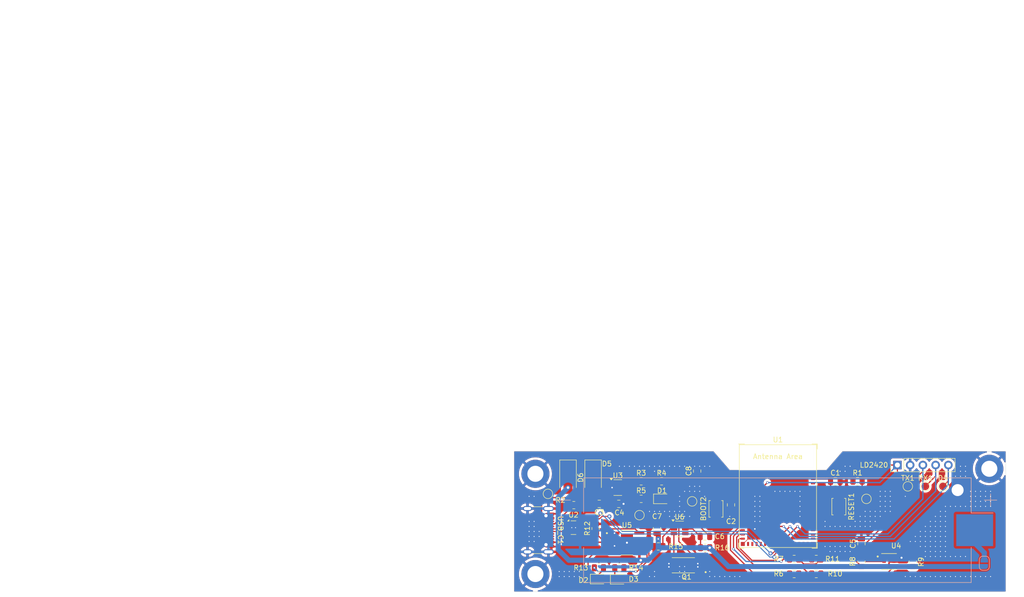
<source format=kicad_pcb>
(kicad_pcb (version 20241229) (generator "pcbnew") (generator_version "9.0")
  (title_block (comment 4 "AISLER Project ID: OKSEKGAN"))
  (layers (0 "F.Cu" signal) (2 "B.Cu" signal) (13 "F.Paste" user) (15 "B.Paste" user) (5 "F.SilkS" user "F.Silkscreen") (7 "B.SilkS" user "B.Silkscreen") (1 "F.Mask" user) (3 "B.Mask" user) (25 "Edge.Cuts" user))
  (net 0 "")
  (net 1 "+3.3V")
  (net 2 "GND")
  (net 3 "VBATT")
  (net 4 "VBUS")
  (net 5 "Net-(U1-GPIO0{slash}BOOT)")
  (net 6 "Net-(U1-EN)")
  (net 7 "Net-(D1-A)")
  (net 8 "Net-(BT1-+)")
  (net 9 "Net-(U6-GND)")
  (net 10 "LD2420_DETECTION_PIN")
  (net 11 "LD2420_RX")
  (net 12 "LD2420_TX")
  (net 13 "Net-(U3-FB)")
  (net 14 "SDA")
  (net 15 "Net-(U1-GPIO8{slash}TOUCH8{slash}ADC1_CH7{slash}SUBSPICS1)")
  (net 16 "Net-(U1-GPIO9{slash}TOUCH9{slash}ADC1_CH8{slash}FSPIHD{slash}SUBSPIHD)")
  (net 17 "SCL")
  (net 18 "Net-(U1-GPIO10{slash}TOUCH10{slash}ADC1_CH9{slash}FSPICS0{slash}FSPIIO4{slash}SUBSPICS0)")
  (net 19 "Net-(U1-GPIO11{slash}TOUCH11{slash}ADC2_CH0{slash}FSPID{slash}FSPIIO5{slash}SUBSPID)")
  (net 37 "USB_D+")
  (net 39 "USB_D-")
  (net 53 "Net-(USB_C1-CC)")
  (net 55 "Net-(D2-K)")
  (net 56 "Net-(D3-K)")
  (net 57 "Net-(U6-VCC)")
  (net 58 "Net-(U5-PROG)")
  (net 59 "CHRG_LED")
  (net 62 "STDBY_LED")
  (net 63 "Net-(U6-CS)")
  (net 65 "Net-(U6-OD)")
  (net 66 "Net-(U6-OC)")
  (net 69 "Net-(D5-K)")
  (footprint "Button_Switch_SMD:SW_SPST_B3U-1000P" (layer "F.Cu") (at 167.25 100.8 -90)
    (property "Reference" "RESET1")
    (property "Value" "SW_Push")
  )
  (footprint "Resistor_SMD:R_0805_2012Metric" (layer "F.Cu") (at 114.4125 100.5)
    (property "Reference" "R2")
    (property "Value" "5.1K")
  )
  (footprint "Resistor_SMD:R_0805_2012Metric" (layer "F.Cu") (at 170.98 95.72)
    (property "Reference" "R1")
    (property "Value" "10K")
  )
  (footprint "TestPoint:TestPoint_Pad_D1.5mm" (layer "F.Cu") (at 172.75 99.25)
    (property "Reference" "RESET2" (hide yes))
    (property "Value" "TestPoint")
  )
  (footprint "Package_TO_SOT_SMD:SOT-23-5" (layer "F.Cu") (at 123.175 97)
    (property "Reference" "U3")
    (property "Value" "TLV75801PDBV")
  )
  (footprint "Resistor_SMD:R_0805_2012Metric" (layer "F.Cu") (at 119.4125 113 180)
    (property "Reference" "R13")
    (property "Value" "1K")
  )
  (footprint "Capacitor_SMD:C_0805_2012Metric" (layer "F.Cu") (at 140.55 106.75)
    (property "Reference" "C6")
    (property "Value" "100nF")
  )
  (footprint "TestPoint:TestPoint_Pad_D1.5mm" (layer "F.Cu") (at 184.5 96.75)
    (property "Reference" "RX1")
    (property "Value" "TestPoint")
  )
  (footprint "TestPoint:TestPoint_Pad_D1.5mm" (layer "F.Cu") (at 138 99.75)
    (property "Reference" "BOOT1" (hide yes))
    (property "Value" "TestPoint")
  )
  (footprint "LED_SMD:LED_0805_2012Metric" (layer "F.Cu") (at 131.9875 99.25)
    (property "Reference" "D1")
    (property "Value" "LED")
  )
  (footprint "Resistor_SMD:R_0805_2012Metric" (layer "F.Cu") (at 131.25 108.75 180)
    (property "Reference" "R15")
    (property "Value" "1k")
  )
  (footprint "Resistor_SMD:R_0805_2012Metric" (layer "F.Cu") (at 127.8375 95.75)
    (property "Reference" "R3")
    (property "Value" "1M")
  )
  (footprint "Button_Switch_SMD:SW_SPST_B3U-1000P" (layer "F.Cu") (at 142.75 101.25 90)
    (property "Reference" "BOOT2")
    (property "Value" "SW_Push")
  )
  (footprint "Resistor_SMD:R_0805_2012Metric" (layer "F.Cu") (at 158.3375 114.25)
    (property "Reference" "R6")
    (property "Value" "0")
  )
  (footprint "TP4056-42-ESOP8:SOIC127P600X175-9N" (layer "F.Cu") (at 125 108)
    (property "Reference" "U5")
    (property "Value" "TP4056-42-ESOP8")
  )
  (footprint "Capacitor_SMD:C_0805_2012Metric" (layer "F.Cu") (at 139 93.7 90)
    (property "Reference" "C8")
    (property "Value" "10uF")
  )
  (footprint "MountingHole:MountingHole_3.2mm_M3_DIN965_Pad_TopBottom" (layer "F.Cu") (at 197.25 93.25)
    (property "Reference" "H2" (hide yes))
    (property "Value" "MountingHole_Pad")
  )
  (footprint "MountingHole:MountingHole_3.2mm_M3_DIN965_Pad_TopBottom" (layer "F.Cu") (at 106.75 94.25)
    (property "Reference" "H1" (hide yes))
    (property "Value" "MountingHole_Pad")
  )
  (footprint "Capacitor_SMD:C_0805_2012Metric" (layer "F.Cu") (at 131 105.2 -90)
    (property "Reference" "C7")
    (property "Value" "10uF")
  )
  (footprint "Resistor_SMD:R_0805_2012Metric" (layer "F.Cu") (at 171.75 111.8375 -90)
    (property "Reference" "R8")
    (property "Value" "4.7k")
  )
  (footprint "Resistor_SMD:R_0805_2012Metric" (layer "F.Cu") (at 131.9125 95.75)
    (property "Reference" "R4")
    (property "Value" "200K")
  )
  (footprint "Connector_USB:USB_C_Receptacle_GCT_USB4105-xx-A_16P_TopMnt_Horizontal" (layer "F.Cu") (at 106.25 105.5 -90)
    (property "Reference" "USB_C1")
    (property "Value" "USB_C_Plug_USB2.0")
  )
  (footprint "Resistor_SMD:R_0805_2012Metric" (layer "F.Cu") (at 118.75 105.1625 90)
    (property "Reference" "R12")
    (property "Value" "1.2K")
  )
  (footprint "LED_SMD:LED_0805_2012Metric" (layer "F.Cu") (at 123.3875 115.29)
    (property "Reference" "D3")
    (property "Value" "LED")
  )
  (footprint "Package_TO_SOT_SMD:SOT-23-6" (layer "F.Cu") (at 135.5 105.25)
    (property "Reference" "U6")
    (property "Value" "DW01A")
  )
  (footprint "MountingHole:MountingHole_3.2mm_M3_DIN965_Pad_TopBottom" (layer "F.Cu") (at 106.75 114.25)
    (property "Reference" "H3" (hide yes))
    (property "Value" "MountingHole_Pad")
  )
  (footprint "TestPoint:TestPoint_Pad_D1.5mm" (layer "F.Cu") (at 181 96.75)
    (property "Reference" "TX1")
    (property "Value" "TestPoint")
  )
  (footprint "Package_DFN_QFN:Diodes_UDFN-10_1.0x2.5mm_P0.5mm" (layer "F.Cu") (at 114.3375 105)
    (property "Reference" "U2")
    (property "Value" "D3V3XA4B10LP")
  )
  (footprint "Diode_SMD:D_SMA" (layer "F.Cu") (at 118.25 95 -90)
    (property "Reference" "D5")
    (property "Value" "D")
  )
  (footprint "TestPoint:TestPoint_Pad_D1.5mm" (layer "F.Cu") (at 109.25 98.25)
    (property "Reference" "VBUS1" (hide yes))
    (property "Value" "TestPoint")
  )
  (footprint "LED_SMD:LED_0805_2012Metric" (layer "F.Cu") (at 119.3875 115.25)
    (property "Reference" "D2")
    (property "Value" "LED")
  )
  (footprint "Connector_PinHeader_2.54mm:PinHeader_1x05_P2.54mm_Vertical" (layer "F.Cu") (at 178.925 92.5 90)
    (property "Reference" "LD2420")
    (property "Value" "Conn_01x05_Pin")
  )
  (footprint "Resistor_SMD:R_0805_2012Metric" (layer "F.Cu") (at 182 111.8375 -90)
    (property "Reference" "R9")
    (property "Value" "4.7k")
  )
  (footprint "Capacitor_SMD:C_0805_2012Metric" (layer "F.Cu") (at 123.375 100.25)
    (property "Reference" "C4")
    (property "Value" "10uF")
  )
  (footprint "Resistor_SMD:R_0805_2012Metric" (layer "F.Cu") (at 140.5875 109 180)
    (property "Reference" "R16")
    (property "Value" "100")
  )
  (footprint "PCM_Espressif:ESP32-S3-MINI-1" (layer "F.Cu") (at 155.1 101.25)
    (property "Reference" "U1")
    (property "Value" "ESP32-S3-MINI-1")
  )
  (footprint "Diode_SMD:D_SMA" (layer "F.Cu") (at 113.25 95 -90)
    (property "Reference" "D6")
    (property "Value" "D")
  )
  (footprint "Resistor_SMD:R_0805_2012Metric" (layer "F.Cu") (at 123.4875 113 180)
    (property "Reference" "R14")
    (property "Value" "1K")
  )
  (footprint "Capacitor_SMD:C_0805_2012Metric" (layer "F.Cu") (at 145.75 100.45 -90)
    (property "Reference" "C2")
    (property "Value" "0.1uF")
  )
  (footprint "FS8205A:SOP65P640X120-8N" (layer "F.Cu") (at 136.25 112.5 180)
    (property "Reference" "Q1")
    (property "Value" "FS8205A")
  )
  (footprint "Capacitor_SMD:C_0805_2012Metric" (layer "F.Cu") (at 166.55 95.75)
    (property "Reference" "C1")
    (property "Value" "0.1uF")
  )
  (footprint "Resistor_SMD:R_0805_2012Metric" (layer "F.Cu") (at 158.3375 111.25)
    (property "Reference" "R7")
    (property "Value" "0")
  )
  (footprint "Resistor_SMD:R_0805_2012Metric" (layer "F.Cu") (at 127.8375 99.25)
    (property "Reference" "R5")
    (property "Value" "5.1k")
  )
  (footprint "Resistor_SMD:R_0805_2012Metric" (layer "F.Cu") (at 162.7475 111.25)
    (property "Reference" "R11")
    (property "Value" "0")
  )
  (footprint "Capacitor_SMD:C_0805_2012Metric" (layer "F.Cu") (at 119.475 100.25 180)
    (property "Reference" "C3")
    (property "Value" "10uF" (hide yes))
  )
  (footprint "AHT20:PSON100P300X300X110-6N" (layer "F.Cu") (at 177.25 111.75)
    (property "Reference" "U4")
    (property "Value" "AHT20")
  )
  (footprint "Resistor_SMD:R_0805_2012Metric" (layer "F.Cu") (at 162.7475 114.25)
    (property "Reference" "R10")
    (property "Value" "0")
  )
  (footprint "TestPoint:TestPoint_Pad_D1.5mm" (layer "F.Cu") (at 188 96.75)
    (property "Reference" "D4")
    (property "Value" "TestPoint")
  )
  (footprint "TestPoint:TestPoint_Pad_D1.5mm" (layer "F.Cu") (at 127.5 102.5)
    (property "Reference" "3.3V1" (hide yes))
    (property "Value" "TestPoint")
  )
  (footprint "Capacitor_SMD:C_0805_2012Metric" (layer "F.Cu") (at 171.75 108.2 90)
    (property "Reference" "C5")
    (property "Value" "0.1uF")
  )
  (footprint "Battery:BatteryHolder_Keystone_1042_1x18650" (layer "B.Cu") (at 155 105.5 180)
    (property "Reference" "BT1" (hide yes))
    (property "Value" "Battery_Cell")
  )
  (footprint "Jumper:SolderJumper-2_P1.3mm_Open_RoundedPad1.0x1.5mm" (layer "B.Cu") (at 196.25 112.1 90)
    (property "Reference" "JP1" (hide yes))
    (property "Value" "Jumper_2_Open")
  )
  (gr_line (start 164.75 93.5) (end 168 89.75) (stroke (width 0.05)) (layer "Edge.Cuts"))
  (gr_line (start 142.25 89.75) (end 102.5 89.75) (stroke (width 0.05)) (layer "Edge.Cuts"))
  (gr_line (start 145.5 93.5) (end 164.75 93.5) (stroke (width 0.05)) (layer "Edge.Cuts"))
  (gr_line (start 102.5 117.75) (end 102.5 89.75) (stroke (width 0.05)) (layer "Edge.Cuts"))
  (gr_line (start 200.5 89.75) (end 200.5 117.75) (stroke (width 0.05)) (layer "Edge.Cuts"))
  (gr_line (start 168 89.75) (end 200.5 89.75) (stroke (width 0.05)) (layer "Edge.Cuts"))
  (gr_line (start 145.5 93.5) (end 142.25 89.75) (stroke (width 0.05)) (layer "Edge.Cuts"))
  (gr_line (start 200.5 117.75) (end 102.5 117.75) (stroke (width 0.05)) (layer "Edge.Cuts"))
  (segment (start 171.75 110.925) (end 172.575 111.75) (width 0.25) (layer "F.Cu") (net 1))
  (segment (start 125.25 99) (end 126.925 97.325) (width 0.25) (layer "F.Cu") (net 1))
  (segment (start 173.2875 92.5) (end 178.925 92.5) (width 0.25) (layer "F.Cu") (net 1))
  (segment (start 172.575 111.75) (end 176.265 111.75) (width 0.25) (layer "F.Cu") (net 1))
  (segment (start 171.75 109.15) (end 171.75 110.925) (width 0.25) (layer "F.Cu") (net 1))
  (segment (start 126.925 96.75) (end 126.925 95.75) (width 0.25) (layer "F.Cu") (net 1))
  (segment (start 146.75 97) (end 144.5 94.75) (width 0.25) (layer "F.Cu") (net 1))
  (segment (start 122.425 100.25) (end 123.675 99) (width 0.25) (layer "F.Cu") (net 1))
  (segment (start 180.225 109.15) (end 171.75 109.15) (width 0.25) (layer "F.Cu") (net 1))
  (segment (start 148.1 97) (end 146.75 97) (width 0.25) (layer "F.Cu") (net 1))
  (segment (start 123.675 99) (end 125.25 99) (width 0.25) (layer "F.Cu") (net 1))
  (segment (start 133.475 96.775) (end 127.95 96.775) (width 0.25) (layer "F.Cu") (net 1))
  (segment (start 126.625 96.05) (end 126.925 95.75) (width 0.25) (layer "F.Cu") (net 1))
  (segment (start 135.5 94.75) (end 133.475 96.775) (width 0.25) (layer "F.Cu") (net 1))
  (segment (start 124.675 102.5) (end 127.5 102.5) (width 0.25) (layer "F.Cu") (net 1))
  (segment (start 122.425 100.25) (end 124.675 102.5) (width 0.25) (layer "F.Cu") (net 1))
  (segment (start 126.925 97.325) (end 126.925 96.75) (width 0.25) (layer "F.Cu") (net 1))
  (segment (start 171.75 109.15) (end 171.75 109) (width 0.25) (layer "F.Cu") (net 1))
  (segment (start 152 97) (end 153 96) (width 0.25) (layer "F.Cu") (net 1))
  (segment (start 182 110.925) (end 180.225 109.15) (width 0.25) (layer "F.Cu") (net 1))
  (segment (start 178.925 101.825) (end 178.925 92.5) (width 0.25) (layer "F.Cu") (net 1))
  (segment (start 170.0675 95.72) (end 173.2875 92.5) (width 0.25) (layer "F.Cu") (net 1))
  (segment (start 126.925 99.25) (end 126.925 96.75) (width 0.25) (layer "F.Cu") (net 1))
  (segment (start 127.95 96.775) (end 126.925 95.75) (width 0.25) (layer "F.Cu") (net 1))
  (segment (start 144.5 94.75) (end 135.5 94.75) (width 0.25) (layer "F.Cu") (net 1))
  (segment (start 171.75 109) (end 178.925 101.825) (width 0.25) (layer "F.Cu") (net 1))
  (segment (start 124.3125 96.05) (end 126.625 96.05) (width 0.25) (layer "F.Cu") (net 1))
  (segment (start 148.1 97) (end 152 97) (width 0.25) (layer "F.Cu") (net 1))
  (via (at 153 96) (size 0.5) (drill 0.3) (layers "F.Cu" "B.Cu") (net 1))
  (segment (start 175.425 96) (end 178.925 92.5) (width 0.25) (layer "B.Cu") (net 1))
  (segment (start 153 96) (end 175.425 96) (width 0.25) (layer "B.Cu") (net 1))
  (segment (start 148.15 108.25) (end 150.5 105.9) (width 0.1) (layer "F.Cu") (net 2))
  (segment (start 179.75 111) (end 179 111.75) (width 0.25) (layer "F.Cu") (net 2))
  (segment (start 130.3375 108.612501) (end 130.3375 108.75) (width 0.25) (layer "F.Cu") (net 2))
  (segment (start 150.5 105.9) (end 150.5 105.25) (width 0.1) (layer "F.Cu") (net 2))
  (segment (start 148.1 108.25) (end 148.15 108.25) (width 0.1) (layer "F.Cu") (net 2))
  (segment (start 179 111.75) (end 178.235 111.75) (width 0.25) (layer "F.Cu") (net 2))
  (via (at 172.5 103.75) (size 0.45) (drill 0.2) (layers "F.Cu" "B.Cu") (net 2))
  (via (at 197.5 98.75) (size 0.45) (drill 0.2) (layers "F.Cu" "B.Cu") (net 2))
  (via (at 122.525 108.635) (size 0.5) (drill 0.3) (layers "F.Cu" "B.Cu") (net 2))
  (via (at 167.5 108.75) (size 0.45) (drill 0.2) (layers "F.Cu" "B.Cu") (net 2))
  (via (at 147.5 114.75) (size 0.45) (drill 0.2) (layers "F.Cu" "B.Cu") (net 2))
  (via (at 150.5 102.75) (size 0.45) (drill 0.2) (layers "F.Cu" "B.Cu") (net 2))
  (via (at 139.5 97.75) (size 0.45) (drill 0.2) (layers "F.Cu" "B.Cu") (net 2))
  (via (at 114.5 113.75) (size 0.45) (drill 0.2) (layers "F.Cu" "B.Cu") (net 2))
  (via (at 130.5 114.75) (size 0.45) (drill 0.2) (layers "F.Cu" "B.Cu") (net 2))
  (via (at 111.5 113.75) (size 0.45) (drill 0.2) (layers "F.Cu" "B.Cu") (net 2))
  (via (at 159.5 102.75) (size 0.45) (drill 0.2) (layers "F.Cu" "B.Cu") (net 2))
  (via (at 145.5 102.75) (size 0.45) (drill 0.2) (layers "F.Cu" "B.Cu") (net 2))
  (via (at 133.5 92.75) (size 0.45) (drill 0.2) (layers "F.Cu" "B.Cu") (net 2))
  (via (at 183.5 107.75) (size 0.45) (drill 0.2) (layers "F.Cu" "B.Cu") (net 2))
  (via (at 159.5 97.75) (size 0.45) (drill 0.2) (layers "F.Cu" "B.Cu") (net 2))
  (via (at 191.5 114.75) (size 0.45) (drill 0.2) (layers "F.Cu" "B.Cu") (net 2))
  (via (at 131.5 101.75) (size 0.45) (drill 0.2) (layers "F.Cu" "B.Cu") (net 2))
  (via (at 135.5 113.75) (size 0.45) (drill 0.2) (layers "F.Cu" "B.Cu") (net 2))
  (via (at 182.5 114.75) (size 0.45) (drill 0.2) (layers "F.Cu" "B.Cu") (net 2))
  (via (at 186.5 107.75) (size 0.45) (drill 0.2) (layers "F.Cu" "B.Cu") (net 2))
  (via (at 124.325 100.25) (size 0.8) (drill 0.4) (layers "F.Cu" "B.Cu") (net 2))
  (via (at 135.5 98.75) (size 0.45) (drill 0.2) (layers "F.Cu" "B.Cu") (net 2))
  (via (at 167.5 104.75) (size 0.45) (drill 0.2) (layers "F.Cu" "B.Cu") (net 2))
  (via (at 107.5 105.75) (size 0.45) (drill 0.2) (layers "F.Cu" "B.Cu") (net 2))
  (via (at 186.5 108.75) (size 0.45) (drill 0.2) (layers "F.Cu" "B.Cu") (net 2))
  (via (at 131.5 93.75) (size 0.45) (drill 0.2) (layers "F.Cu" "B.Cu") (net 2))
  (via (at 195.5 114.75) (size 0.45) (drill 0.2) (layers "F.Cu" "B.Cu") (net 2))
  (via (at 196.5 100.75) (size 0.45) (drill 0.2) (layers "F.Cu" "B.Cu") (net 2))
  (via (at 123.5 92.75) (size 0.45) (drill 0.2) (layers "F.Cu" "B.Cu") (net 2))
  (via (at 186.5 104.75) (size 0.45) (drill 0.2) (layers "F.Cu" "B.Cu") (net 2))
  (via (at 190.5 110.75) (size 0.45) (drill 0.2) (layers "F.Cu" "B.Cu") (net 2))
  (via (at 125 108) (size 0.8) (drill 0.4) (layers "F.Cu" "B.Cu") (net 2))
  (via (at 133.37 112.175) (size 0.6) (drill 0.3) (layers "F.Cu" "B.Cu") (net 2))
  (via (at 159.5 99.75) (size 0.45) (drill 0.2) (layers "F.Cu" "B.Cu") (net 2))
  (via (at 175.5 101.75) (size 0.45) (drill 0.2) (layers "F.Cu" "B.Cu") (net 2))
  (via (at 184.5 106.75) (size 0.45) (drill 0.2) (layers "F.Cu" "B.Cu") (net 2))
  (via (at 151.5 103.75) (size 0.45) (drill 0.2) (layers "F.Cu" "B.Cu") (net 2))
  (via (at 143.5 114.75) (size 0.45) (drill 0.2) (layers "F.Cu" "B.Cu") (net 2))
  (via (at 137.5 102.75) (size 0.45) (drill 0.2) (layers "F.Cu" "B.Cu") (net 2))
  (via (at 175.5 97.75) (size 0.45) (drill 0.2) (layers "F.Cu" "B.Cu") (net 2))
  (via (at 132.5 101.75) (size 0.45) (drill 0.2) (layers "F.Cu" "B.Cu") (net 2))
  (via (at 122.0375 97) (size 0.45) (drill 0.3) (layers "F.Cu" "B.Cu") (net 2))
  (via (at 183.5 105.75) (size 0.45) (drill 0.2) (layers "F.Cu" "B.Cu") (net 2))
  (via (at 127.5 92.75) (size 0.45) (drill 0.2) (layers "F.Cu" "B.Cu") (net 2))
  (via (at 187.5 101.75) (size 0.45) (drill 0.2) (layers "F.Cu" "B.Cu") (net 2))
  (via (at 166.5 109.75) (size 0.45) (drill 0.2) (layers "F.Cu" "B.Cu") (net 2))
  (via (at 183.5 108.75) (size 0.45) (drill 0.2) (layers "F.Cu" "B.Cu") (net 2))
  (via (at 114.75 105) (size 0.35) (drill 0.2) (layers "F.Cu" "B.Cu") (net 2))
  (via (at 188.5 103.75) (size 0.45) (drill 0.2) (layers "F.Cu" "B.Cu") (net 2))
  (via (at 185.5 106.75) (size 0.45) (drill 0.2) (layers "F.Cu" "B.Cu") (net 2))
  (via (at 193.5 97.75) (size 0.45) (drill 0.2) (layers "F.Cu" "B.Cu") (net 2))
  (via (at 136.5 114.75) (size 0.45) (drill 0.2) (layers "F.Cu" "B.Cu") (net 2))
  (via (at 196.5 98.75) (size 0.45) (drill 0.2) (layers "F.Cu" "B.Cu") (net 2))
  (via (at 135.5 99.75) (size 0.45) (drill 0.2) (layers "F.Cu" "B.Cu") (net 2))
  (via (at 105.5 106.75) (size 0.45) (drill 0.2) (layers "F.Cu" "B.Cu") (net 2))
  (via (at 197.5 99.75) (size 0.45) (drill 0.2) (layers "F.Cu" "B.Cu") (net 2))
  (via (at 136.5 102.75) (size 0.45) (drill 0.2) (layers "F.Cu" "B.Cu") (net 2))
  (via (at 132.5 93.75) (size 0.45) (drill 0.2) (layers "F.Cu" "B.Cu") (net 2))
  (via (at 186.5 114.75) (size 0.45) (drill 0.2) (layers "F.Cu" "B.Cu") (net 2))
  (via (at 185.5 109.75) (size 0.45) (drill 0.2) (layers "F.Cu" "B.Cu") (net 2))
  (via (at 174.5 102.75) (size 0.45) (drill 0.2) (layers "F.Cu" "B.Cu") (net 2))
  (via (at 114 105) (size 0.35) (drill 0.2) (layers "F.Cu" "B.Cu") (net 2))
  (via (at 168.5 92.75) (size 0.45) (drill 0.2) (layers "F.Cu" "B.Cu") (net 2))
  (via (at 135.5 101.75) (size 0.45) (drill 0.2) (layers "F.Cu" "B.Cu") (net 2))
  (via (at 141.5 114.75) (size 0.45) (drill 0.2) (layers "F.Cu" "B.Cu") (net 2))
  (via (at 197.5 100.75) (size 0.45) (drill 0.2) (layers "F.Cu" "B.Cu") (net 2))
  (via (at 137.5 96.75) (size 0.45) (drill 0.2) (layers "F.Cu" "B.Cu") (net 2))
  (via (at 129.5 101.75) (size 0.45) (drill 0.2) (layers "F.Cu" "B.Cu") (net 2))
  (via (at 138.5 96.75) (size 0.45) (drill 0.2) (layers "F.Cu" "B.Cu") (net 2))
  (via (at 188.5 104.75) (size 0.45) (drill 0.2) (layers "F.Cu" "B.Cu") (net 2))
  (via (at 188.5 107.75) (size 0.45) (drill 0.2) (layers "F.Cu" "B.Cu") (net 2))
  (via (at 106.5 103.75) (size 0.45) (drill 0.2) (layers "F.Cu" "B.Cu") (net 2))
  (via (at 130.5 92.75) (size 0.45) (drill 0.2) (layers "F.Cu" "B.Cu") (net 2))
  (via (at 130.5 113.75) (size 0.45) (drill 0.2) (layers "F.Cu" "B.Cu") (net 2))
  (via (at 112.5 113.75) (size 0.45) (drill 0.2) (layers "F.Cu" "B.Cu") (net 2))
  (via (at 154.5 97.75) (size 0.45) (drill 0.2) (layers "F.Cu" "B.Cu") (net 2))
  (via (at 115.5 95.75) (size 0.45) (drill 0.2) (layers "F.Cu" "B.Cu") (net 2))
  (via (at 151.5 100.75) (size 0.45) (drill 0.2) (layers "F.Cu" "B.Cu") (net 2))
  (via (at 186.5 102.75) (size 0.45) (drill 0.2) (layers "F.Cu" "B.Cu") (net 2))
  (via (at 150.5 105.25) (size 0.4) (drill 0.3) (layers "F.Cu" "B.Cu") (net 2))
  (via (at 194.5 114.75) (size 0.45) (drill 0.2) (layers "F.Cu" "B.Cu") (net 2))
  (via (at 113.5 114.75) (size 0.45) (drill 0.2) (layers "F.Cu" "B.Cu") (net 2))
  (via (at 142.5 114.75) (size 0.45) (drill 0.2) (layers "F.Cu" "B.Cu") (net 2))
  (via (at 106.5 98.75) (size 0.45) (drill 0.2) (layers "F.Cu" "B.Cu") (net 2))
  (via (at 176.5 98.75) (size 0.45) (drill 0.2) (layers "F.Cu" "B.Cu") (net 2))
  (via (at 186.5 109.75) (size 0.45) (drill 0.2) (layers "F.Cu" "B.Cu") (net 2))
  (via (at 197.5 114.75) (size 0.45) (drill 0.2) (layers "F.Cu" "B.Cu") (net 2))
  (via (at 191.5 92.75) (size 0.45) (drill 0.2) (layers "F.Cu" "B.Cu") (net 2))
  (via (at 151.5 99.75) (size 0.45) (drill 0.2) (layers "F.Cu" "B.Cu") (net 2))
  (via (at 165.5 104.75) (size 0.45) (drill 0.2) (layers "F.Cu" "B.Cu") (net 2))
  (via (at 184.5 114.75) (size 0.45) (drill 0.2) (layers "F.Cu" "B.Cu") (net 2))
  (via (at 166.5 108.75) (size 0.45) (drill 0.2) (layers "F.Cu" "B.Cu") (net 2))
  (via (at 187.5 109.75) (size 0.45) (drill 0.2) (layers "F.Cu" "B.Cu") (net 2))
  (via (at 138.5 97.75) (size 0.45) (drill 0.2) (layers "F.Cu" "B.Cu") (net 2))
  (via (at 184.5 107.75) (size 0.45) (drill 0.2) (layers "F.Cu" "B.Cu") (net 2))
  (via (at 187.5 107.75) (size 0.45) (drill 0.2) (layers "F.Cu" "B.Cu") (net 2))
  (via (at 193.5 100.75) (size 0.45) (drill 0.2) (layers "F.Cu" "B.Cu") (net 2))
  (via (at 186.5 103.75) (size 0.45) (drill 0.2) (layers "F.Cu" "B.Cu") (net 2))
  (via (at 191.5 94.75) (size 0.45) (drill 0.2) (layers "F.Cu" "B.Cu") (net 2))
  (via (at 165.5 109.75) (size 0.45) (drill 0.2) (layers "F.Cu" "B.Cu") (net 2))
  (via (at 192.5 114.75) (size 0.45) (drill 0.2) (layers "F.Cu" "B.Cu") (net 2))
  (via (at 175.5 98.75) (size 0.45) (drill 0.2) (layers "F.Cu" "B.Cu") (net 2))
  (via (at 173.5 104.75) (size 0.45) (drill 0.2) (layers "F.Cu" "B.Cu") (net 2))
  (via (at 190.5 100.75) (size 0.45) (drill 0.2) (layers "F.Cu" "B.Cu") (net 2))
  (via (at 112.5 114.75) (size 0.45) (drill 0.2) (layers "F.Cu" "B.Cu") (net 2))
  (via (at 169.5 108.75) (size 0.45) (drill 0.2) (layers "F.Cu" "B.Cu") (net 2))
  (via (at 172.5 104.75) (size 0.45) (drill 0.2) (layers "F.Cu" "B.Cu") (net 2))
  (via (at 164.5 108.75) (size 0.45) (drill 0.2) (layers "F.Cu" "B.Cu") (net 2))
  (via (at 181.5 107.75) (size 0.45) (drill 0.2) (layers "F.Cu" "B.Cu") (net 2))
  (via (at 174.5 101.75) (size 0.45) (drill 0.2) (layers "F.Cu" "B.Cu") (net 2))
  (via (at 182.5 106.75) (size 0.45) (drill 0.2) (layers "F.Cu" "B.Cu") (net 2))
  (via (at 169.5 92.75) (size 0.45) (drill 0.2) (layers "F.Cu" "B.Cu") (net 2))
  (via (at 131.5 92.75) (size 0.45) (drill 0.2) (layers "F.Cu" "B.Cu") (net 2))
  (via (at 184.5 110.75) (size 0.45) (drill 0.2) (layers "F.Cu" "B.Cu") (net 2))
  (via (at 159.5 101.75) (size 0.45) (drill 0.2) (layers "F.Cu" "B.Cu") (net 2))
  (via (at 173.5 101.75) (size 0.45) (drill 0.2) (layers "F.Cu" "B.Cu") (net 2))
  (via (at 126.5 92.75) (size 0.45) (drill 0.2) (layers "F.Cu" "B.Cu") (net 2))
  (via (at 168.5 104.75) (size 0.45) (drill 0.2) (layers "F.Cu" "B.Cu") (net 2))
  (via (at 187.5 114.75) (size 0.45) (drill 0.2) (layers "F.Cu" "B.Cu") (net 2))
  (via (at 195.5 98.75) (size 0.45) (drill 0.2) (layers "F.Cu" "B.Cu") (net 2))
  (via (at 150.5 101.75) (size 0.45) (drill 0.2) (layers "F.Cu" "B.Cu") (net 2))
  (via (at 141.5 92.75) (size 0.45) (drill 0.2) (layers "F.Cu" "B.Cu") (net 2))
  (via (at 187.5 105.75) (size 0.45) (drill 0.2) (layers "F.Cu" "B.Cu") (net 2))
  (via (at 106.5 107.75) (size 0.45) (drill 0.2) (layers "F.Cu" "B.Cu") (net 2))
  (via (at 188.5 114.75) (size 0.45) (drill 0.2) (layers "F.Cu" "B.Cu") (net 2))
  (via (at 135.5 100.75) (size 0.45) (drill 0.2) (layers "F.Cu" "B.Cu") (net 2))
  (via (at 150.5 103.75) (size 0.45) (drill 0.2) (layers "F.Cu" "B.Cu") (net 2))
  (via (at 115.5 113.75) (size 0.45) (drill 0.2) (layers "F.Cu" "B.Cu") (net 2))
  (via (at 106.5 106.75) (size 0.45) (drill 0.2) (layers "F.Cu" "B.Cu") (net 2))
  (via (at 173.5 102.75) (size 0.45) (drill 0.2) (layers "F.Cu" "B.Cu") (net 2))
  (via (at 166.5 104.75) (size 0.45) (drill 0.2) (layers "F.Cu" "B.Cu") (net 2))
  (via (at 188.5 106.75) (size 0.45) (drill 0.2) (layers "F.Cu" "B.Cu") (net 2))
  (via (at 111.5 114.75) (size 0.45) (drill 0.2) (layers "F.Cu" "B.Cu") (net 2))
  (via (at 176.5 99.75) (size 0.45) (drill 0.2) (layers "F.Cu" "B.Cu") (net 2))
  (via (at 150.5 99.75) (size 0.45) (drill 0.2) (layers "F.Cu" "B.Cu") (net 2))
  (via (at 194.5 99.75) (size 0.45) (drill 0.2) (layers "F.Cu" "B.Cu") (net 2))
  (via (at 177.5 101.75) (size 0.45) (drill 0.2) (layers "F.Cu" "B.Cu") (net 2))
  (via (at 187.5 103.75) (size 0.45) (drill 0.2) (layers "F.Cu" "B.Cu") (net 2))
  (via (at 105.5 98.75) (size 0.45) (drill 0.2) (layers "F.Cu" "B.Cu") (net 2))
  (via (at 157.5 97.75) (size 0.45) (drill 0.2) (layers "F.Cu" "B.Cu") (net 2))
  (via (at 168.5 108.75) (size 0.45) (drill 0.2) (layers "F.Cu" "B.Cu") (net 2))
  (via (at 184.5 108.75) (size 0.45) (drill 0.2) (layers "F.Cu" "B.Cu") (net 2))
  (via (at 135.5 102.75) (size 0.45) (drill 0.2) (layers "F.Cu" "B.Cu") (net 2))
  (via (at 195.5 99.75) (size 0.45) (drill 0.2) (layers "F.Cu" "B.Cu") (net 2))
  (via (at 151.5 98.75) (size 0.45) (drill 0.2) (layers "F.Cu" "B.Cu") (net 2))
  (via (at 144.5 114.75) (size 0.45) (drill 0.2) (layers "F.Cu" "B.Cu") (net 2))
  (via (at 188.5 102.75) (size 0.45) (drill 0.2) (layers "F.Cu" "B.Cu") (net 2))
  (via (at 171.5 103.75) (size 0.45) (drill 0.2) (layers "F.Cu" "B.Cu") (net 2))
  (via (at 187.5 106.75) (size 0.45) (drill 0.2) (layers "F.Cu" "B.Cu") (net 2))
  (via (at 177.5 100.75) (size 0.45) (drill 0.2) (layers "F.Cu" "B.Cu") (net 2))
  (via (at 185.5 103.75) (size 0.45) (drill 0.2) (layers "F.Cu" "B.Cu") (net 2))
  (via (at 150.5 100.75) (size 0.45) (drill 0.2) (layers "F.Cu" "B.Cu") (net 2))
  (via (at 191.5 100.75) (size 0.45) (drill 0.2) (layers "F.Cu" "B.Cu") (net 2))
  (via (at 135.5 112.75) (size 0.45) (drill 0.2) (layers "F.Cu" "B.Cu") (net 2))
  (via (at 172.5 101.75) (size 0.45) (drill 0.2) (layers "F.Cu" "B.Cu") (net 2))
  (via (at 192.5 110.75) (size 0.45) (drill 0.2) (layers "F.Cu" "B.Cu") (net 2))
  (via (at 186.5 110.75) (size 0.45) (drill 0.2) (layers "F.Cu" "B.Cu") (net 2))
  (via (at 190.5 114.75) (size 0.45) (drill 0.2) (layers "F.Cu" "B.Cu") (net 2))
  (via (at 168.5 93.75) (size 0.45) (drill 0.2) (layers "F.Cu" "B.Cu") (net 2))
  (via (at 187.5 110.75) (size 0.45) (drill 0.2) (layers "F.Cu" "B.Cu") (net 2))
  (via (at 130.5 93.75) (size 0.45) (drill 0.2) (layers "F.Cu" "B.Cu") (net 2))
  (via (at 192.5 92.75) (size 0.45) (drill 0.2) (layers "F.Cu" "B.Cu") (net 2))
  (via (at 193.5 114.75) (size 0.45) (drill 0.2) (layers "F.Cu" "B.Cu") (net 2))
  (via (at 192.5 93.75) (size 0.45) (drill 0.2) (layers "F.Cu" "B.Cu") (net 2))
  (via (at 139.13 112.825) (size 0.6) (drill 0.3) (layers "F.Cu" "B.Cu") (net 2))
  (via (at 185.5 114.75) (size 0.45) (drill 0.2) (layers "F.Cu" "B.Cu") (net 2))
  (via (at 172.5 102.75) (size 0.45) (drill 0.2) (layers "F.Cu" "B.Cu") (net 2))
  (via (at 196.5 97.75) (size 0.45) (drill 0.2) (layers "F.Cu" "B.Cu") (net 2))
  (via (at 105.5 107.75) (size 0.45) (drill 0.2) (layers "F.Cu" "B.Cu") (net 2))
  (via (at 133.37 112.825) (size 0.6) (drill 0.3) (layers "F.Cu" "B.Cu") (net 2))
  (via (at 185.5 108.75) (size 0.45) (drill 0.2) (layers "F.Cu" "B.Cu") (net 2))
  (via (at 185.5 104.75) (size 0.45) (drill 0.2) (layers "F.Cu" "B.Cu") (net 2))
  (via (at 170.5 103.75) (size 0.45) (drill 0.2) (layers "F.Cu" "B.Cu") (net 2))
  (via (at 176.5 101.75) (size 0.45) (drill 0.2) (layers "F.Cu" "B.Cu") (net 2))
  (via (at 164.5 103.75) (size 0.45) (drill 0.2) (layers "F.Cu" "B.Cu") (net 2))
  (via (at 106.5 104.75) (size 0.45) (drill 0.2) (layers "F.Cu" "B.Cu") (net 2))
  (via (at 130.5 101.75) (size 0.45) (drill 0.2) (layers "F.Cu" "B.Cu") (net 2))
  (via (at 124.5 92.75) (size 0.45) (drill 0.2) (layers "F.Cu" "B.Cu") (net 2))
  (via (at 177.5 98.75) (size 0.45) (drill 0.2) (layers "F.Cu" "B.Cu") (net 2))
  (via (at 195.5 100.75) (size 0.45) (drill 0.2) (layers "F.Cu" "B.Cu") (net 2))
  (via (at 169.5 104.75) (size 0.45) (drill 0.2) (layers "F.Cu" "B.Cu") (net 2))
  (via (at 177.5 97.75) (size 0.45) (drill 0.2) (layers "F.Cu" "B.Cu") (net 2))
  (via (at 114.5 114.75) (size 0.45) (drill 0.2) (layers "F.Cu" "B.Cu") (net 2))
  (via (at 194.5 98.75) (size 0.45) (drill 0.2) (layers "F.Cu" "B.Cu") (net 2))
  (via (at 181.5 114.75) (size 0.45) (drill 0.2) (layers "F.Cu" "B.Cu") (net 2))
  (via (at 134.5 101.75) (size 0.45) (drill 0.2) (layers "F.Cu" "B.Cu") (net 2))
  (via (at 176.5 97.75) (size 0.45) (drill 0.2) (layers "F.Cu" "B.Cu") (net 2))
  (via (at 115.5 114.75) (size 0.45) (drill 0.2) (layers "F.Cu" "B.Cu") (net 2))
  (via (at 136.5 97.75) (size 0.45) (drill 0.2) (layers "F.Cu" "B.Cu") (net 2))
  (via (at 193.5 98.75) (size 0.45) (drill 0.2) (layers "F.Cu" "B.Cu") (net 2))
  (via (at 185.5 110.75) (size 0.45) (drill 0.2) (layers "F.Cu" "B.Cu") (net 2))
  (via (at 188.5 100.75) (size 0.45) (drill 0.2) (layers "F.Cu" "B.Cu") (net 2))
  (via (at 188.5 108.75) (size 0.45) (drill 0.2) (layers "F.Cu" "B.Cu") (net 2))
  (via (at 167.5 109.75) (size 0.45) (drill 0.2) (layers "F.Cu" "B.Cu") (net 2))
  (via (at 188.5 101.75) (size 0.45) (drill 0.2) (layers "F.Cu" "B.Cu") (net 2))
  (via (at 138.5 92.75) (size 0.45) (drill 0.2) (layers "F.Cu" "B.Cu") (net 2))
  (via (at 134.5 92.75) (size 0.45) (drill 0.2) (layers "F.Cu" "B.Cu") (net 2))
  (via (at 191.5 110.75) (size 0.45) (drill 0.2) (layers "F.Cu" "B.Cu") (net 2))
  (via (at 135.5 114.75) (size 0.45) (drill 0.2) (layers "F.Cu" "B.Cu") (net 2))
  (via (at 187.5 102.75) (size 0.45) (drill 0.2) (layers "F.Cu" "B.Cu") (net 2))
  (via (at 175.5 102.75) (size 0.45) (drill 0.2) (layers "F.Cu" "B.Cu") (net 2))
  (via (at 159.5 98.75) (size 0.45) (drill 0.2) (layers "F.Cu" "B.Cu") (net 2))
  (via (at 179.75 111) (size 0.8) (drill 0.4) (layers "F.Cu" "B.Cu") (net 2))
  (via (at 134.5 102.75) (size 0.45) (drill 0.2) (layers "F.Cu" "B.Cu") (net 2))
  (via (at 107.5 106.75) (size 0.45) (drill 0.2) (layers "F.Cu" "B.Cu") (net 2))
  (via (at 133.5 101.75) (size 0.45) (drill 0.2) (layers "F.Cu" "B.Cu") (net 2))
  (via (at 193.5 99.75) (size 0.45) (drill 0.2) (layers "F.Cu" "B.Cu") (net 2))
  (via (at 140.5 92.75) (size 0.45) (drill 0.2) (layers "F.Cu" "B.Cu") (net 2))
  (via (at 155.5 97.75) (size 0.45) (drill 0.2) (layers "F.Cu" "B.Cu") (net 2))
  (via (at 136.5 92.75) (size 0.45) (drill 0.2) (layers "F.Cu" "B.Cu") (net 2))
  (via (at 191.5 93.75) (size 0.45) (drill 0.2) (layers "F.Cu" "B.Cu") (net 2))
  (via (at 156.5 97.75) (size 0.45) (drill 0.2) (layers "F.Cu" "B.Cu") (net 2))
  (via (at 188.5 109.75) (size 0.45) (drill 0.2) (layers "F.Cu" "B.Cu") (net 2))
  (via (at 136.5 112.75) (size 0.45) (drill 0.2) (layers "F.Cu" "B.Cu") (net 2))
  (via (at 167.5 93.75) (size 0.45) (drill 0.2) (layers "F.Cu" "B.Cu") (net 2))
  (via (at 139.5 96.75) (size 0.45) (drill 0.2) (layers "F.Cu" "B.Cu") (net 2))
  (via (at 139.13 112.175) (size 0.6) (drill 0.3) (layers "F.Cu" "B.Cu") (net 2))
  (via (at 129.5 114.75) (size 0.45) (drill 0.2) (layers "F.Cu" "B.Cu") (net 2))
  (via (at 186.5 105.75) (size 0.45) (drill 0.2) (layers "F.Cu" "B.Cu") (net 2))
  (via (at 140.5 98.75) (size 0.45) (drill 0.2) (layers "F.Cu" "B.Cu") (net 2))
  (via (at 137.5 92.75) (size 0.45) (drill 0.2) (layers "F.Cu" "B.Cu") (net 2))
  (via (at 188.5 110.75) (size 0.45) (drill 0.2) (layers "F.Cu" "B.Cu") (net 2))
  (via (at 182.5 107.75) (size 0.45) (drill 0.2) (layers "F.Cu" "B.Cu") (net 2))
  (via (at 137.5 97.75) (size 0.45) (drill 0.2) (layers "F.Cu" "B.Cu") (net 2))
  (via (at 151.5 101.75) (size 0.45) (drill 0.2) (layers "F.Cu" "B.Cu") (net 2))
  (via (at 174.5 103.75) (size 0.45) (drill 0.2) (layers "F.Cu" "B.Cu") (net 2))
  (via (at 185.5 107.75) (size 0.45) (drill 0.2) (layers "F.Cu" "B.Cu") (net 2))
  (via (at 113.5 113.75) (size 0.45) (drill 0.2) (layers "F.Cu" "B.Cu") (net 2))
  (via (at 189.5 110.75) (size 0.45) (drill 0.2) (layers "F.Cu" "B.Cu") (net 2))
  (via (at 171.5 102.75) (size 0.45) (drill 0.2) (layers "F.Cu" "B.Cu") (net 2))
  (via (at 164.5 104.75) (size 0.45) (drill 0.2) (layers "F.Cu" "B.Cu") (net 2))
  (via (at 192.5 100.75) (size 0.45) (drill 0.2) (layers "F.Cu" "B.Cu") (net 2))
  (via (at 168.5 109.75) (size 0.45) (drill 0.2) (layers "F.Cu" "B.Cu") (net 2))
  (via (at 170.5 104.75) (size 0.45) (drill 0.2) (layers "F.Cu" "B.Cu") (net 2))
  (via (at 159.5 100.75) (size 0.45) (drill 0.2) (layers "F.Cu" "B.Cu") (net 2))
  (via (at 151.5 102.75) (size 0.45) (drill 0.2) (layers "F.Cu" "B.Cu") (net 2))
  (via (at 185.5 105.75) (size 0.45) (drill 0.2) (layers "F.Cu" "B.Cu") (net 2))
  (via (at 105.5 105.75) (size 0.45) (drill 0.2) (layers "F.Cu" "B.Cu") (net 2))
  (via (at 196.5 114.75) (size 0.45) (drill 0.2) (layers "F.Cu" "B.Cu") (net 2))
  (via (at 136.5 113.75) (size 0.45) (drill 0.2) (layers "F.Cu" "B.Cu") (net 2))
  (via (at 165.5 108.75) (size 0.45) (drill 0.2) (layers "F.Cu" "B.Cu") (net 2))
  (via (at 184.5 104.75) (size 0.45) (drill 0.2) (layers "F.Cu" "B.Cu") (net 2))
  (via (at 192.5 94.75) (size 0.45) (drill 0.2) (layers "F.Cu" "B.Cu") (net 2))
  (via (at 158.5 97.75) (size 0.45) (drill 0.2) (layers "F.Cu" "B.Cu") (net 2))
  (via (at 186.5 106.75) (size 0.45) (drill 0.2) (layers "F.Cu" "B.Cu") (net 2))
  (via (at 183.5 106.75) (size 0.45) (drill 0.2) (layers "F.Cu" "B.Cu") (net 2))
  (via (at 195.5 97.75) (size 0.45) (drill 0.2) (layers "F.Cu" "B.Cu") (net 2))
  (via (at 187.5 108.75) (size 0.45) (drill 0.2) (layers "F.Cu" "B.Cu") (net 2))
  (via (at 188.5 105.75) (size 0.45) (drill 0.2) (layers "F.Cu" "B.Cu") (net 2))
  (via (at 190.5 94.75) (size 0.45) (drill 0.2) (layers "F.Cu" "B.Cu") (net 2))
  (via (at 177.5 99.75) (size 0.45) (drill 0.2) (layers "F.Cu" "B.Cu") (net 2))
  (via (at 136.5 101.75) (size 0.45) (drill 0.2) (layers "F.Cu" "B.Cu") (net 2))
  (via (at 187.5 104.75) (size 0.45) (drill 0.2) (layers "F.Cu" "B.Cu") (net 2))
  (via (at 106.5 105.75) (size 0.45) (drill 0.2) (layers "F.Cu" "B.Cu") (net 2))
  (via (at 180.5 98.75) (size 0.45) (drill 0.2) (layers "F.Cu" "B.Cu") (net 2))
  (via (at 183.5 114.75) (size 0.45) (drill 0.2) (layers "F.Cu" "B.Cu") (net 2))
  (via (at 194.5 100.75) (size 0.45) (drill 0.2) (layers "F.Cu" "B.Cu") (net 2))
  (via (at 133.5 102.75) (size 0.45) (drill 0.2) (layers "F.Cu" "B.Cu") (net 2))
  (via (at 105.5 104.75) (size 0.45) (drill 0.2) (layers "F.Cu" "B.Cu") (net 2))
  (via (at 189.5 100.75) (size 0.45) (drill 0.2) (layers "F.Cu" "B.Cu") (net 2))
  (via (at 176.5 100.75) (size 0.45) (drill 0.2) (layers "F.Cu" "B.Cu") (net 2))
  (via (at 141.5 113.75) (size 0.45) (drill 0.2) (layers "F.Cu" "B.Cu") (net 2))
  (via (at 150.5 98.75) (size 0.45) (drill 0.2) (layers "F.Cu" "B.Cu") (net 2))
  (via (at 173.5 103.75) (size 0.45) (drill 0.2) (layers "F.Cu" "B.Cu") (net 2))
  (via (at 197.5 97.75) (size 0.45) (drill 0.2) (layers "F.Cu" "B.Cu") (net 2))
  (via (at 115.5 94.75) (size 0.45) (drill 0.2) (layers "F.Cu" "B.Cu") (net 2))
  (via (at 175.5 99.75) (size 0.45) (drill 0.2) (layers "F.Cu" "B.Cu") (net 2))
  (via (at 184.5 105.75) (size 0.45) (drill 0.2) (layers "F.Cu" "B.Cu") (net 2))
  (via (at 145.5 114.75) (size 0.45) (drill 0.2) (layers "F.Cu" "B.Cu") (net 2))
  (via (at 105.5 103.75) (size 0.45) (drill 0.2) (layers "F.Cu" "B.Cu") (net 2))
  (via (at 189.5 114.75) (size 0.45) (drill 0.2) (layers "F.Cu" "B.Cu") (net 2))
  (via (at 180.5 114.75) (size 0.45) (drill 0.2) (layers "F.Cu" "B.Cu") (net 2))
  (via (at 196.5 99.75) (size 0.45) (drill 0.2) (layers "F.Cu" "B.Cu") (net 2))
  (via (at 139.5 92.75) (size 0.45) (drill 0.2) (layers "F.Cu" "B.Cu") (net 2))
  (via (at 129.5 92.75) (size 0.45) (drill 0.2) (layers "F.Cu" "B.Cu") (net 2))
  (via (at 175.5 100.75) (size 0.45) (drill 0.2) (layers "F.Cu" "B.Cu") (net 2))
  (via (at 184.5 109.75) (size 0.45) (drill 0.2) (layers "F.Cu" "B.Cu") (net 2))
  (via (at 146.5 114.75) (size 0.45) (drill 0.2) (layers "F.Cu" "B.Cu") (net 2))
  (via (at 125.5 92.75) (size 0.45) (drill 0.2) (layers "F.Cu" "B.Cu") (net 2))
  (via (at 194.5 97.75) (size 0.45) (drill 0.2) (layers "F.Cu" "B.Cu") (net 2))
  (via (at 171.5 104.75) (size 0.45) (drill 0.2) (layers "F.Cu" "B.Cu") (net 2))
  (via (at 128.5 92.75) (size 0.45) (drill 0.2) (layers "F.Cu" "B.Cu") (net 2))
  (via (at 169.5 109.75) (size 0.45) (drill 0.2) (layers "F.Cu" "B.Cu") (net 2))
  (via (at 122.525 106.095) (size 0.5) (drill 0.3) (layers "F.Cu" "B.Cu") (net 2))
  (via (at 132.5 92.75) (size 0.45) (drill 0.2) (layers "F.Cu" "B.Cu") (net 2))
  (via (at 135.5 92.75) (size 0.45) (drill 0.2) (layers "F.Cu" "B.Cu") (net 2))
  (segment (start 127.475 111.225) (end 127.75 111.5) (width 0.5) (layer "F.Cu") (net 3))
  (segment (start 127.475 109.905) (end 127.475 111.225) (width 0.5) (layer "F.Cu") (net 3))
  (segment (start 131.25 107.25) (end 131.25 106.4) (width 1) (layer "F.Cu") (net 3))
  (segment (start 131.25 106.4) (end 131 106.15) (width 0.25) (layer "F.Cu") (net 3))
  (via (at 131.25 107.25) (size 0.5) (drill 0.3) (layers "F.Cu" "B.Cu") (net 3))
  (via (at 141.5 109) (size 0.75) (drill 0.5) (layers "F.Cu" "B.Cu") (net 3))
  (via (at 113.25 97) (size 0.75) (drill 0.5) (layers "F.Cu" "B.Cu") (net 3))
  (via (at 127.75 111.5) (size 0.75) (drill 0.5) (layers "F.Cu" "B.Cu") (net 3))
  (segment (start 131.25 109.5) (end 131.25 107.25) (width 1) (layer "B.Cu") (net 3))
  (segment (start 127.75 111.5) (end 113.425 111.5) (width 1) (layer "B.Cu") (net 3))
  (segment (start 127.75 111.5) (end 129.25 111.5) (width 1) (layer "B.Cu") (net 3))
  (segment (start 111.3 98.95) (end 113.25 97) (width 1) (layer "B.Cu") (net 3))
  (segment (start 131.125 109.625) (end 131.25 109.5) (width 0.25) (layer "B.Cu") (net 3))
  (segment (start 111.3 109.375) (end 111.3 98.95) (width 1) (layer "B.Cu") (net 3))
  (segment (start 131.75 109) (end 141.5 109) (width 1) (layer "B.Cu") (net 3))
  (segment (start 145.259496 112.759496) (end 141.5 109) (width 1) (layer "B.Cu") (net 3))
  (segment (start 129.25 111.5) (end 129.75 111) (width 1) (layer "B.Cu") (net 3))
  (segment (start 113.425 111.5) (end 111.3 109.375) (width 1) (layer "B.Cu") (net 3))
  (segment (start 129.75 111) (end 131.125 109.625) (width 1) (layer "B.Cu") (net 3))
  (segment (start 196.290504 112.759496) (end 145.259496 112.759496) (width 1) (layer "B.Cu") (net 3))
  (segment (start 131.125 109.625) (end 131.75 109) (width 1) (layer "B.Cu") (net 3))
  (segment (start 113.95 105.5) (end 114.725 105.5) (width 0.2) (layer "F.Cu") (net 4))
  (segment (start 127.475 106.095) (end 126.6175 105.2375) (width 0.25) (layer "F.Cu") (net 4))
  (segment (start 126.6175 105.2375) (end 117.4125 105.2375) (width 0.25) (layer "F.Cu") (net 4))
  (segment (start 117.25 111.25) (end 117.25 115.561088) (width 0.25) (layer "F.Cu") (net 4))
  (segment (start 109.437236 107.9) (end 109.93 107.9) (width 0.25) (layer "F.Cu") (net 4))
  (segment (start 109.437236 103.1) (end 109.03 103.507236) (width 0.25) (layer "F.Cu") (net 4))
  (segment (start 119.835 107.9) (end 114.75 107.9) (width 0.25) (layer "F.Cu") (net 4))
  (segment (start 118.003912 116.315) (end 121.39 116.315) (width 0.25) (layer "F.Cu") (net 4))
  (segment (start 113.25 105.5) (end 110.85 107.9) (width 0.2) (layer "F.Cu") (net 4))
  (segment (start 121.39 116.315) (end 120.325 115.25) (width 0.25) (layer "F.Cu") (net 4))
  (segment (start 116.25 99) (end 110 99) (width 0.25) (layer "F.Cu") (net 4))
  (segment (start 107.98 99.52) (end 107.98 102.95) (width 0.25) (layer "F.Cu") (net 4))
  (segment (start 110.316698 107.9) (end 109.93 107.9) (width 0.1) (layer "F.Cu") (net 4))
  (segment (start 117.4125 105.2375) (end 114.75 107.9) (width 0.25) (layer "F.Cu") (net 4))
  (segment (start 110 99) (end 109.25 98.25) (width 0.25) (layer "F.Cu") (net 4))
  (segment (start 109.03 107.492764) (end 109.437236 107.9) (width 0.25) (layer "F.Cu") (net 4))
  (segment (start 121.84 109.905) (end 119.835 107.9) (width 0.25) (layer "F.Cu") (net 4))
  (segment (start 113.95 105.5) (end 113.25 105.5) (width 0.2) (layer "F.Cu") (net 4))
  (segment (start 109.93 103.1) (end 109.437236 103.1) (width 0.25) (layer "F.Cu") (net 4))
  (segment (start 109.03 103.507236) (end 109.03 107.492764) (width 0.25) (layer "F.Cu") (net 4))
  (segment (start 124.325 115.29) (end 123.3 116.315) (width 0.25) (layer "F.Cu") (net 4))
  (segment (start 108.537236 103.507236) (end 109.03 103.507236) (width 0.25) (layer "F.Cu") (net 4))
  (segment (start 118.25 97) (end 116.25 99) (width 0.25) (layer "F.Cu") (net 4))
  (segment (start 114.75 107.9) (end 109.93 107.9) (width 0.25) (layer "F.Cu") (net 4))
  (segment (start 123.3 116.315) (end 121.39 116.315) (width 0.25) (layer "F.Cu") (net 4))
  (segment (start 117.25 115.561088) (end 118.003912 116.315) (width 0.25) (layer "F.Cu") (net 4))
  (segment (start 118.595 109.905) (end 117.25 111.25) (width 0.25) (layer "F.Cu") (net 4))
  (segment (start 122.525 109.905) (end 121.84 109.905) (width 0.25) (layer "F.Cu") (net 4))
  (segment (start 107.98 102.95) (end 108.537236 103.507236) (width 0.25) (layer "F.Cu") (net 4))
  (segment (start 110.85 107.9) (end 109.93 107.9) (width 0.2) (layer "F.Cu") (net 4))
  (segment (start 122.525 109.905) (end 118.595 109.905) (width 0.25) (layer "F.Cu") (net 4))
  (segment (start 109.25 98.25) (end 107.98 99.52) (width 0.25) (layer "F.Cu") (net 4))
  (segment (start 145 99.5) (end 145.75 99.5) (width 0.25) (layer "F.Cu") (net 5))
  (segment (start 148.1 97.85) (end 146.15 97.85) (width 0.25) (layer "F.Cu") (net 5))
  (segment (start 141.2 102.95) (end 138 99.75) (width 0.25) (layer "F.Cu") (net 5))
  (segment (start 145.75 98.25) (end 145.75 99.5) (width 0.25) (layer "F.Cu") (net 5))
  (segment (start 142.75 102.95) (end 142.75 101.75) (width 0.25) (layer "F.Cu") (net 5))
  (segment (start 146.15 97.85) (end 145.75 98.25) (width 0.25) (layer "F.Cu") (net 5))
  (segment (start 142.75 102.95) (end 141.2 102.95) (width 0.25) (layer "F.Cu") (net 5))
  (segment (start 142.75 101.75) (end 145 99.5) (width 0.25) (layer "F.Cu") (net 5))
  (segment (start 167.25 102.5) (end 167.785 102.5) (width 0.25) (layer "F.Cu") (net 6))
  (segment (start 165.15 95.3) (end 162.1 95.3) (width 0.25) (layer "F.Cu") (net 6))
  (segment (start 165.6 95.75) (end 165.15 95.3) (width 0.25) (layer "F.Cu") (net 6))
  (segment (start 171.8925 98.3925) (end 172.75 99.25) (width 0.25) (layer "F.Cu") (net 6))
  (segment (start 171.8925 95.72) (end 171.8925 98.3925) (width 0.25) (layer "F.Cu") (net 6))
  (segment (start 165.6 100.85) (end 167.25 102.5) (width 0.25) (layer "F.Cu") (net 6))
  (segment (start 167.785 102.5) (end 171.8925 98.3925) (width 0.25) (layer "F.Cu") (net 6))
  (segment (start 165.6 95.75) (end 165.6 100.85) (width 0.25) (layer "F.Cu") (net 6))
  (segment (start 131.9 100.275) (end 129.775 100.275) (width 0.25) (layer "F.Cu") (net 7))
  (segment (start 132.925 99.25) (end 131.9 100.275) (width 0.25) (layer "F.Cu") (net 7))
  (segment (start 129.775 100.275) (end 128.75 99.25) (width 0.25) (layer "F.Cu") (net 7))
  (segment (start 196.25 111.45) (end 196.25 110) (width 1) (layer "B.Cu") (net 8))
  (segment (start 194.33 108.08) (end 194.33 105.5) (width 1) (layer "B.Cu") (net 8))
  (segment (start 196.25 110) (end 194.33 108.08) (width 1) (layer "B.Cu") (net 8))
  (segment (start 136.6375 104.3) (end 139.05 104.3) (width 0.25) (layer "F.Cu") (net 9))
  (segment (start 139.05 104.3) (end 141.5 106.75) (width 0.25) (layer "F.Cu") (net 9))
  (segment (start 189.085 95.665) (end 189.085 92.5) (width 0.25) (layer "F.Cu") (net 10))
  (segment (start 156.25 104.75) (end 155.4 104.75) (width 0.25) (layer "F.Cu") (net 10))
  (segment (start 188 96.75) (end 189.085 95.665) (width 0.25) (layer "F.Cu") (net 10))
  (segment (start 152.55 107.6) (end 152.55 108.25) (width 0.25) (layer "F.Cu") (net 10))
  (segment (start 155.4 104.75) (end 152.55 107.6) (width 0.25) (layer "F.Cu") (net 10))
  (via (at 156.25 104.75) (size 0.5) (drill 0.3) (layers "F.Cu" "B.Cu") (net 10))
  (segment (start 189.085 96.415) (end 189.085 92.5) (width 0.25) (layer "B.Cu") (net 10))
  (segment (start 158.75 107.25) (end 178.25 107.25) (width 0.25) (layer "B.Cu") (net 10))
  (segment (start 156.25 104.75) (end 158.75 107.25) (width 0.25) (layer "B.Cu") (net 10))
  (segment (start 178.25 107.25) (end 189.085 96.415) (width 0.25) (layer "B.Cu") (net 10))
  (segment (start 153.4 107.6) (end 153.4 108.25) (width 0.25) (layer "F.Cu") (net 11))
  (segment (start 155.145 105.855) (end 153.4 107.6) (width 0.25) (layer "F.Cu") (net 11))
  (segment (start 184.5 96.75) (end 186.545 94.705) (width 0.25) (layer "F.Cu") (net 11))
  (segment (start 156.395 105.855) (end 155.145 105.855) (width 0.25) (layer "F.Cu") (net 11))
  (segment (start 186.545 94.705) (end 186.545 92.5) (width 0.25) (layer "F.Cu") (net 11))
  (segment (start 157.5 104.75) (end 156.395 105.855) (width 0.25) (layer "F.Cu") (net 11))
  (via (at 157.5 104.75) (size 0.5) (drill 0.3) (layers "F.Cu" "B.Cu") (net 11))
  (segment (start 177.5 106.75) (end 186.545 97.705) (width 0.25) (layer "B.Cu") (net 11))
  (segment (start 157.5 104.75) (end 159.5 106.75) (width 0.25) (layer "B.Cu") (net 11))
  (segment (start 159.5 106.75) (end 177.5 106.75) (width 0.25) (layer "B.Cu") (net 11))
  (segment (start 186.545 97.705) (end 186.545 92.5) (width 0.25) (layer "B.Cu") (net 11))
  (segment (start 154.25 107.6) (end 154.25 108.25) (width 0.25) (layer "F.Cu") (net 12))
  (segment (start 184.005 93.745) (end 184.005 92.5) (width 0.25) (layer "F.Cu") (net 12))
  (segment (start 159 104.75) (end 156.895 106.855) (width 0.25) (layer "F.Cu") (net 12))
  (segment (start 156.895 106.855) (end 154.995 106.855) (width 0.25) (layer "F.Cu") (net 12))
  (segment (start 154.995 106.855) (end 154.25 107.6) (width 0.25) (layer "F.Cu") (net 12))
  (segment (start 181 96.75) (end 184.005 93.745) (width 0.25) (layer "F.Cu") (net 12))
  (via (at 159 104.75) (size 0.5) (drill 0.3) (layers "F.Cu" "B.Cu") (net 12))
  (segment (start 160.5 106.25) (end 177 106.25) (width 0.25) (layer "B.Cu") (net 12))
  (segment (start 177 106.25) (end 184.005 99.245) (width 0.25) (layer "B.Cu") (net 12))
  (segment (start 184.005 99.245) (end 184.005 92.5) (width 0.25) (layer "B.Cu") (net 12))
  (segment (start 159 104.75) (end 160.5 106.25) (width 0.25) (layer "B.Cu") (net 12))
  (segment (start 124.3125 97.95) (end 123.325 96.9625) (width 0.25) (layer "F.Cu") (net 13))
  (segment (start 124 94.5) (end 128 94.5) (width 0.25) (layer "F.Cu") (net 13))
  (segment (start 128 94.5) (end 128.75 95.25) (width 0.25) (layer "F.Cu") (net 13))
  (segment (start 128.75 95.25) (end 128.75 95.75) (width 0.25) (layer "F.Cu") (net 13))
  (segment (start 128.75 95.75) (end 131 95.75) (width 0.25) (layer "F.Cu") (net 13))
  (segment (start 123.325 96.9625) (end 123.325 95.175) (width 0.25) (layer "F.Cu") (net 13))
  (segment (start 123.325 95.175) (end 124 94.5) (width 0.25) (layer "F.Cu") (net 13))
  (segment (start 160.275 115.275) (end 162.635 115.275) (width 0.25) (layer "F.Cu") (net 14))
  (segment (start 162.635 115.275) (end 163.66 114.25) (width 0.25) (layer "F.Cu") (net 14))
  (segment (start 163.66 114.25) (end 176.735 114.25) (width 0.25) (layer "F.Cu") (net 14))
  (segment (start 159.25 114.25) (end 160.275 115.275) (width 0.25) (layer "F.Cu") (net 14))
  (segment (start 176.735 114.25) (end 178.235 112.75) (width 0.25) (layer "F.Cu") (net 14))
  (segment (start 182 112.75) (end 178.235 112.75) (width 0.25) (layer "F.Cu") (net 14))
  (segment (start 147.6 104.65) (end 148.1 104.65) (width 0.25) (layer "F.Cu") (net 15))
  (segment (start 150.3944 114.25) (end 145.645 109.5006) (width 0.25) (layer "F.Cu") (net 15))
  (segment (start 157.425 114.25) (end 150.3944 114.25) (width 0.25) (layer "F.Cu") (net 15))
  (segment (start 145.645 106.605) (end 147.6 104.65) (width 0.25) (layer "F.Cu") (net 15))
  (segment (start 145.645 109.5006) (end 145.645 106.605) (width 0.25) (layer "F.Cu") (net 15))
  (segment (start 156.25 111.25) (end 155.75 111.75) (width 0.25) (layer "F.Cu") (net 16))
  (segment (start 146.25 109.25) (end 146.25 106.7) (width 0.25) (layer "F.Cu") (net 16))
  (segment (start 157.425 111.25) (end 156.25 111.25) (width 0.25) (layer "F.Cu") (net 16))
  (segment (start 147.45 105.5) (end 148.1 105.5) (width 0.25) (layer "F.Cu") (net 16))
  (segment (start 146.25 106.7) (end 147.45 105.5) (width 0.25) (layer "F.Cu") (net 16))
  (via (at 155.75 111.75) (size 0.5) (drill 0.3) (layers "F.Cu" "B.Cu") (net 16))
  (via (at 146.25 109.25) (size 0.5) (drill 0.3) (layers "F.Cu" "B.Cu") (net 16))
  (segment (start 148.75 111.75) (end 146.25 109.25) (width 0.25) (layer "B.Cu") (net 16))
  (segment (start 155.75 111.75) (end 148.75 111.75) (width 0.25) (layer "B.Cu") (net 16))
  (segment (start 162.635 112.275) (end 163.66 111.25) (width 0.25) (layer "F.Cu") (net 17))
  (segment (start 159.25 111.25) (end 160.275 112.275) (width 0.25) (layer "F.Cu") (net 17))
  (segment (start 176.265 112.75) (end 171.75 112.75) (width 0.25) (layer "F.Cu") (net 17))
  (segment (start 160.275 112.275) (end 162.635 112.275) (width 0.25) (layer "F.Cu") (net 17))
  (segment (start 170.25 111.25) (end 171.75 112.75) (width 0.25) (layer "F.Cu") (net 17))
  (segment (start 163.66 111.25) (end 170.25 111.25) (width 0.25) (layer "F.Cu") (net 17))
  (segment (start 146.873 106.927) (end 147.45 106.35) (width 0.25) (layer "F.Cu") (net 18))
  (segment (start 161.3225 114.25) (end 159.5725 112.5) (width 0.25) (layer "F.Cu") (net 18))
  (segment (start 161.835 114.25) (end 161.3225 114.25) (width 0.25) (layer "F.Cu") (net 18))
  (segment (start 159.5725 112.5) (end 150.366841 112.5) (width 0.25) (layer "F.Cu") (net 18))
  (segment (start 146.873 109.006159) (end 146.873 106.927) (width 0.25) (layer "F.Cu") (net 18))
  (segment (start 150.366841 112.5) (end 146.873 109.006159) (width 0.25) (layer "F.Cu") (net 18))
  (segment (start 147.45 106.35) (end 148.1 106.35) (width 0.25) (layer "F.Cu") (net 18))
  (segment (start 147.45 107.2) (end 148.1 107.2) (width 0.25) (layer "F.Cu") (net 19))
  (segment (start 149.926232 111.526232) (end 147.25 108.85) (width 0.25) (layer "F.Cu") (net 19))
  (segment (start 155.943774 110.225) (end 154.642542 111.526232) (width 0.25) (layer "F.Cu") (net 19))
  (segment (start 154.642542 111.526232) (end 149.926232 111.526232) (width 0.25) (layer "F.Cu") (net 19))
  (segment (start 147.25 107.4) (end 147.45 107.2) (width 0.25) (layer "F.Cu") (net 19))
  (segment (start 147.25 108.85) (end 147.25 107.4) (width 0.25) (layer "F.Cu") (net 19))
  (segment (start 161.835 111.25) (end 160.81 110.225) (width 0.25) (layer "F.Cu") (net 19))
  (segment (start 160.81 110.225) (end 155.943774 110.225) (width 0.25) (layer "F.Cu") (net 19))
  (segment (start 155.95 108.25) (end 155.95 108.45) (width 0.2) (layer "F.Cu") (net 37))
  (segment (start 119.71124 102.431801) (end 119.71124 102.150981) (width 0.2) (layer "F.Cu") (net 37))
  (segment (start 116.975 102.775) (end 118.894513 102.775) (width 0.2) (layer "F.Cu") (net 37))
  (segment (start 155.75 109.068199) (end 154.371232 110.446967) (width 0.2) (layer "F.Cu") (net 37))
  (segment (start 119.368041 102.775) (end 119.71124 102.431801) (width 0.2) (layer "F.Cu") (net 37))
  (segment (start 119.334906 102.775) (end 119.368041 102.775) (width 0.2) (layer "F.Cu") (net 37))
  (segment (start 109.93 105.25) (end 111.25 105.25) (width 0.2) (layer "F.Cu") (net 37))
  (segment (start 112.5 104) (end 113.95 104) (width 0.2) (layer "F.Cu") (net 37))
  (segment (start 111.25 105.25) (end 112.5 104) (width 0.2) (layer "F.Cu") (net 37))
  (segment (start 115.75 104) (end 116.975 102.775) (width 0.2) (layer "F.Cu") (net 37))
  (segment (start 114.725 104) (end 115.75 104) (width 0.2) (layer "F.Cu") (net 37))
  (segment (start 155.75 108.65) (end 155.75 109.068199) (width 0.2) (layer "F.Cu") (net 37))
  (segment (start 113.95 104) (end 114.725 104) (width 0.2) (layer "F.Cu") (net 37))
  (segment (start 155.95 108.45) (end 155.75 108.65) (width 0.2) (layer "F.Cu") (net 37))
  (segment (start 154.371232 110.446967) (end 154.371232 110.871232) (width 0.2) (layer "F.Cu") (net 37))
  (segment (start 118.894513 102.775) (end 119.334906 102.775) (width 0.2) (layer "F.Cu") (net 37))
  (via (at 154.371232 110.871232) (size 0.8) (drill 0.4) (layers "F.Cu" "B.Cu") (net 37))
  (via (at 119.71124 102.150981) (size 0.8) (drill 0.4) (layers "F.Cu" "B.Cu") (net 37))
  (segment (start 119.832782 102.150981) (end 119.71124 102.150981) (width 0.2) (layer "B.Cu") (net 37))
  (segment (start 154.371232 110.871232) (end 153.480277 110.871232) (width 0.2) (layer "B.Cu") (net 37))
  (segment (start 145.538301 106.25) (end 144.34924 106.25) (width 0.2) (layer "B.Cu") (net 37))
  (segment (start 153.480277 110.871232) (end 148.859045 106.25) (width 0.2) (layer "B.Cu") (net 37))
  (segment (start 144.34924 106.25) (end 123.931801 106.25) (width 0.2) (layer "B.Cu") (net 37))
  (segment (start 148.859045 106.25) (end 145.538301 106.25) (width 0.2) (layer "B.Cu") (net 37))
  (segment (start 123.931801 106.25) (end 119.832782 102.150981) (width 0.2) (layer "B.Cu") (net 37))
  (segment (start 113.3125 104.5) (end 113.5 104.5) (width 0.2) (layer "F.Cu") (net 39))
  (segment (start 119.554439 103.225) (end 119.422985 103.225) (width 0.2) (layer "F.Cu") (net 39))
  (segment (start 155.3 108.881801) (end 154.053033 110.128768) (width 0.2) (layer "F.Cu") (net 39))
  (segment (start 113.95 104.5) (end 114.725 104.5) (width 0.2) (layer "F.Cu") (net 39))
  (segment (start 121.5 102.75) (end 120.029439 102.75) (width 0.2) (layer "F.Cu") (net 39))
  (segment (start 113.95 104.5) (end 113.5 104.5) (width 0.2) (layer "F.Cu") (net 39))
  (segment (start 120.029439 102.75) (end 119.554439 103.225) (width 0.2) (layer "F.Cu") (net 39))
  (segment (start 115.8482 104.47) (end 114.755 104.47) (width 0.2) (layer "F.Cu") (net 39))
  (segment (start 155.1 108.45) (end 155.3 108.65) (width 0.2) (layer "F.Cu") (net 39))
  (segment (start 154.053033 110.128768) (end 153.628768 110.128768) (width 0.2) (layer "F.Cu") (net 39))
  (segment (start 155.1 108.25) (end 155.1 108.45) (width 0.2) (layer "F.Cu") (net 39))
  (segment (start 117.0932 103.225) (end 115.8482 104.47) (width 0.2) (layer "F.Cu") (net 39))
  (segment (start 119.422985 103.225) (end 118.586238 103.225) (width 0.2) (layer "F.Cu") (net 39))
  (segment (start 118.586238 103.225) (end 117.0932 103.225) (width 0.2) (layer "F.Cu") (net 39))
  (segment (start 155.3 108.65) (end 155.3 108.881801) (width 0.2) (layer "F.Cu") (net 39))
  (segment (start 109.93 105.75) (end 112.0625 105.75) (width 0.2) (layer "F.Cu") (net 39))
  (segment (start 112.0625 105.75) (end 113.3125 104.5) (width 0.2) (layer "F.Cu") (net 39))
  (via (at 153.628768 110.128768) (size 0.8) (drill 0.4) (layers "F.Cu" "B.Cu") (net 39))
  (via (at 121.5 102.75) (size 0.8) (drill 0.4) (layers "F.Cu" "B.Cu") (net 39))
  (segment (start 121.5 103.181801) (end 124.068199 105.75) (width 0.2) (layer "B.Cu") (net 39))
  (segment (start 149.25 105.75) (end 153.628768 110.128768) (width 0.2) (layer "B.Cu") (net 39))
  (segment (start 121.5 102.75) (end 121.5 103.181801) (width 0.2) (layer "B.Cu") (net 39))
  (segment (start 124.068199 105.75) (end 149.25 105.75) (width 0.2) (layer "B.Cu") (net 39))
  (segment (start 109.93 104.25) (end 110.572764 104.25) (width 0.25) (layer "F.Cu") (net 53))
  (segment (start 113.425 101.397764) (end 113.425 100.25) (width 0.25) (layer "F.Cu") (net 53))
  (segment (start 110.572764 104.25) (end 113.425 101.397764) (width 0.25) (layer "F.Cu") (net 53))
  (segment (start 118.45 115.25) (end 120.325 113.375) (width 0.25) (layer "F.Cu") (net 55))
  (segment (start 120.325 113.375) (end 120.325 113) (width 0.25) (layer "F.Cu") (net 55))
  (segment (start 122.575 115.165) (end 122.45 115.29) (width 0.25) (layer "F.Cu") (net 56))
  (segment (start 122.575 113) (end 122.575 115.165) (width 0.25) (layer "F.Cu") (net 56))
  (segment (start 139.675 106.825) (end 139.6 106.75) (width 0.25) (layer "F.Cu") (net 57))
  (segment (start 139.675 109) (end 139.675 106.825) (width 0.25) (layer "F.Cu") (net 57))
  (segment (start 136.6375 105.25) (end 138.1 105.25) (width 0.25) (layer "F.Cu") (net 57))
  (segment (start 138.1 105.25) (end 139.6 106.75) (width 0.25) (layer "F.Cu") (net 57))
  (segment (start 118.75 106.075) (end 120.04 107.365) (width 0.25) (layer "F.Cu") (net 58))
  (segment (start 120.04 107.365) (end 122.525 107.365) (width 0.25) (layer "F.Cu") (net 58))
  (segment (start 127.475 107.365) (end 128.16 107.365) (width 0.25) (layer "F.Cu") (net 59))
  (segment (start 129.377 111.373) (end 127 113.75) (width 0.25) (layer "F.Cu") (net 59))
  (segment (start 128.16 107.365) (end 129.377 108.582) (width 0.25) (layer "F.Cu") (net 59))
  (segment (start 127 113.75) (end 126.75 113.75) (width 0.25) (layer "F.Cu") (net 59))
  (segment (start 129.377 108.582) (end 129.377 111.373) (width 0.25) (layer "F.Cu") (net 59))
  (via (at 118.5 113) (size 0.5) (drill 0.3) (layers "F.Cu" "B.Cu") (net 59))
  (via (at 126.75 113.75) (size 0.5) (drill 0.3) (layers "F.Cu" "B.Cu") (net 59))
  (segment (start 126.75 113.75) (end 119.25 113.75) (width 0.25) (layer "B.Cu") (net 59))
  (segment (start 119.25 113.75) (end 118.5 113) (width 0.25) (layer "B.Cu") (net 59))
  (segment (start 129 111.1056) (end 127.1056 113) (width 0.25) (layer "F.Cu") (net 62))
  (segment (start 127.1056 113) (end 124.4 113) (width 0.25) (layer "F.Cu") (net 62))
  (segment (start 129 109.475) (end 129 111.1056) (width 0.25) (layer "F.Cu") (net 62))
  (segment (start 127.475 108.635) (end 128.16 108.635) (width 0.25) (layer "F.Cu") (net 62))
  (segment (start 128.16 108.635) (end 129 109.475) (width 0.25) (layer "F.Cu") (net 62))
  (segment (start 132.1625 108.75) (end 132.1625 106.787501) (width 0.25) (layer "F.Cu") (net 63))
  (segment (start 133.700001 105.25) (end 134.3625 105.25) (width 0.25) (layer "F.Cu") (net 63))
  (segment (start 132.1625 106.787501) (end 133.700001 105.25) (width 0.25) (layer "F.Cu") (net 63))
  (segment (start 134.8 104.3) (end 134.3625 104.3) (width 0.25) (layer "F.Cu") (net 65))
  (segment (start 135.35 104.85) (end 134.8 104.3) (width 0.25) (layer "F.Cu") (net 65))
  (segment (start 139.13 111.525) (end 135.35 107.745) (width 0.25) (layer "F.Cu") (net 65))
  (segment (start 135.35 107.745) (end 135.35 104.85) (width 0.25) (layer "F.Cu") (net 65))
  (segment (start 133.37 111.525) (end 134.3625 110.5325) (width 0.25) (layer "F.Cu") (net 66))
  (segment (start 134.3625 110.5325) (end 134.3625 106.2) (width 0.25) (layer "F.Cu") (net 66))
  (segment (start 122.0375 97.95) (end 121.375001 97.95) (width 0.25) (layer "F.Cu") (net 69))
  (segment (start 122.0375 95.5375) (end 122.0375 96.05) (width 0.25) (layer "F.Cu") (net 69))
  (segment (start 122.0375 98.6375) (end 122.0375 97.95) (width 0.25) (layer "F.Cu") (net 69))
  (segment (start 120.425 100.25) (end 122.0375 98.6375) (width 0.25) (layer "F.Cu") (net 69))
  (segment (start 121.05 97.624999) (end 121.05 96.375001) (width 0.25) (layer "F.Cu") (net 69))
  (segment (start 113.25 93) (end 118.25 93) (width 0.25) (layer "F.Cu") (net 69))
  (segment (start 121.375001 96.05) (end 122.0375 96.05) (width 0.25) (layer "F.Cu") (net 69))
  (segment (start 119.5 93) (end 122.0375 95.5375) (width 0.25) (layer "F.Cu") (net 69))
  (segment (start 120.75 100.25) (end 120.425 100.25) (width 0.25) (layer "F.Cu") (net 69))
  (segment (start 121.375001 97.95) (end 121.05 97.624999) (width 0.25) (layer "F.Cu") (net 69))
  (segment (start 118.25 93) (end 119.5 93) (width 0.25) (layer "F.Cu") (net 69))
  (segment (start 121.05 96.375001) (end 121.375001 96.05) (width 0.25) (layer "F.Cu") (net 69))
  (zone (net 2) (net_name "GND") (layers "F.Cu" "B.Cu") (name "stitch_zone_1") (connect_pads (clearance 0.5)) (min_thickness 0.25) (fill yes (thermal_gap 0.5) (thermal_bridge_width 0.5))
    (polygon (pts (xy 102.5 89.75) (xy 102.5 117.75) (xy 200.5 117.75) (xy 200.5 89.75)))
  )
)
</source>
